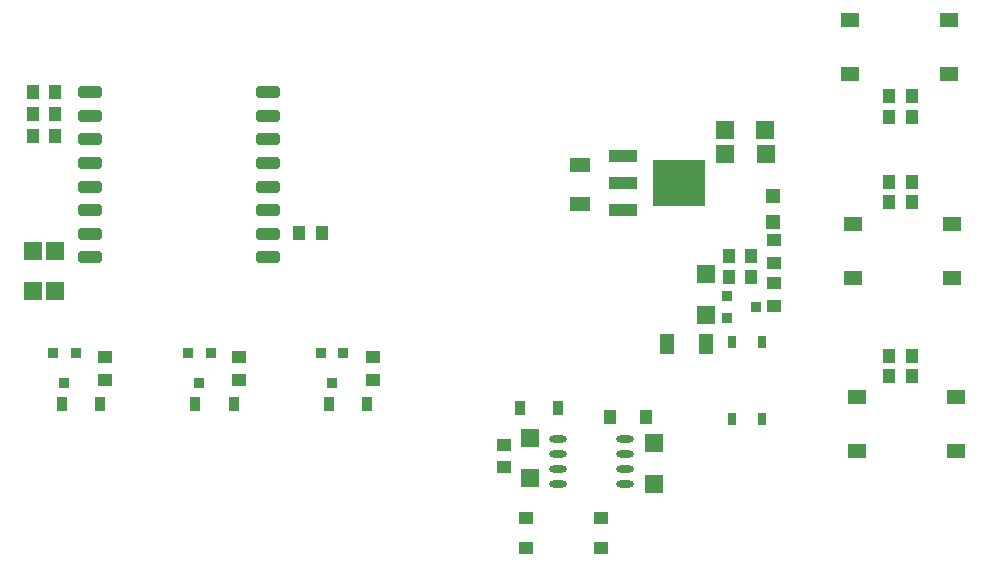
<source format=gtp>
G04*
G04 #@! TF.GenerationSoftware,Altium Limited,Altium Designer,21.2.1 (34)*
G04*
G04 Layer_Color=8421504*
%FSTAX24Y24*%
%MOIN*%
G70*
G04*
G04 #@! TF.SameCoordinates,9334BE2B-5F1B-4A57-B983-AC11F37A1BB9*
G04*
G04*
G04 #@! TF.FilePolarity,Positive*
G04*
G01*
G75*
G04:AMPARAMS|DCode=20|XSize=39.4mil|YSize=78.7mil|CornerRadius=9.8mil|HoleSize=0mil|Usage=FLASHONLY|Rotation=90.000|XOffset=0mil|YOffset=0mil|HoleType=Round|Shape=RoundedRectangle|*
%AMROUNDEDRECTD20*
21,1,0.0394,0.0591,0,0,90.0*
21,1,0.0197,0.0787,0,0,90.0*
1,1,0.0197,0.0295,0.0098*
1,1,0.0197,0.0295,-0.0098*
1,1,0.0197,-0.0295,-0.0098*
1,1,0.0197,-0.0295,0.0098*
%
%ADD20ROUNDEDRECTD20*%
%ADD21R,0.0630X0.0598*%
%ADD22R,0.0394X0.0472*%
%ADD23O,0.0591X0.0236*%
%ADD24R,0.0472X0.0394*%
%ADD25R,0.0600X0.0500*%
%ADD26R,0.0449X0.0472*%
%ADD27R,0.0472X0.0449*%
%ADD28R,0.0500X0.0650*%
%ADD29R,0.0315X0.0394*%
%ADD30R,0.0374X0.0354*%
%ADD31R,0.0512X0.0453*%
%ADD32R,0.0598X0.0630*%
%ADD33R,0.0945X0.0394*%
%ADD34R,0.1772X0.1575*%
%ADD35R,0.0650X0.0500*%
%ADD36R,0.0358X0.0480*%
%ADD37R,0.0354X0.0374*%
D20*
X02534Y039891D02*
D03*
Y039104D02*
D03*
Y038317D02*
D03*
Y03753D02*
D03*
Y036743D02*
D03*
Y035956D02*
D03*
Y035169D02*
D03*
Y034381D02*
D03*
X0194D02*
D03*
Y035169D02*
D03*
Y035956D02*
D03*
Y036743D02*
D03*
Y03753D02*
D03*
Y038317D02*
D03*
Y039104D02*
D03*
Y039891D02*
D03*
D21*
X0382Y028183D02*
D03*
Y026837D02*
D03*
X03406Y027027D02*
D03*
Y028373D02*
D03*
X03993Y033823D02*
D03*
Y032477D02*
D03*
X01825Y034603D02*
D03*
Y033257D02*
D03*
X0175Y034603D02*
D03*
Y033257D02*
D03*
D22*
X036739Y02907D02*
D03*
X037921D02*
D03*
D23*
X035008Y02832D02*
D03*
Y02782D02*
D03*
Y02732D02*
D03*
X037232Y02832D02*
D03*
Y02782D02*
D03*
Y02732D02*
D03*
Y02682D02*
D03*
X035008D02*
D03*
D24*
X03395Y02571D02*
D03*
Y02471D02*
D03*
X03643D02*
D03*
Y02571D02*
D03*
D25*
X04805Y04048D02*
D03*
Y04228D02*
D03*
X04475Y04048D02*
D03*
Y04228D02*
D03*
X04497Y02972D02*
D03*
Y02792D02*
D03*
X04827Y02972D02*
D03*
Y02792D02*
D03*
X04482Y03548D02*
D03*
Y03368D02*
D03*
X04812Y03548D02*
D03*
Y03368D02*
D03*
D26*
X046796Y03044D02*
D03*
X046044D02*
D03*
X04604Y03109D02*
D03*
X046792D02*
D03*
X046044Y03622D02*
D03*
X046796D02*
D03*
X04604Y03691D02*
D03*
X046792D02*
D03*
X04604Y03907D02*
D03*
X046792D02*
D03*
X046044Y03975D02*
D03*
X046796D02*
D03*
X040684Y03373D02*
D03*
X041436D02*
D03*
X041436Y03442D02*
D03*
X040684D02*
D03*
X027126Y03518D02*
D03*
X026374D02*
D03*
X017498Y03843D02*
D03*
X01825D02*
D03*
Y039155D02*
D03*
X017498D02*
D03*
Y03988D02*
D03*
X01825D02*
D03*
D27*
X0332Y028136D02*
D03*
Y027384D02*
D03*
X0422Y032764D02*
D03*
Y033516D02*
D03*
Y034956D02*
D03*
Y034204D02*
D03*
X024375Y031056D02*
D03*
Y030304D02*
D03*
X02885D02*
D03*
Y031056D02*
D03*
X0199D02*
D03*
Y030304D02*
D03*
D28*
X03864Y0315D02*
D03*
X03994D02*
D03*
D29*
X0408Y031549D02*
D03*
Y02899D02*
D03*
X0418Y031549D02*
D03*
Y02899D02*
D03*
D30*
X040618Y032356D02*
D03*
X041602Y03273D02*
D03*
X040618Y033104D02*
D03*
D31*
X04218Y035547D02*
D03*
Y036433D02*
D03*
D32*
X041916Y03864D02*
D03*
X04057D02*
D03*
X04058Y03782D02*
D03*
X041926D02*
D03*
D33*
X03716Y037776D02*
D03*
Y036876D02*
D03*
Y035976D02*
D03*
D34*
X03905Y03687D02*
D03*
D35*
X03573Y03747D02*
D03*
Y03617D02*
D03*
D36*
X027356Y02948D02*
D03*
X028644D02*
D03*
X022906D02*
D03*
X024194D02*
D03*
X03501Y02937D02*
D03*
X033723D02*
D03*
X019744Y02948D02*
D03*
X018456D02*
D03*
D37*
X018924Y03118D02*
D03*
X01855Y030196D02*
D03*
X018176Y03118D02*
D03*
X022676D02*
D03*
X02305Y030196D02*
D03*
X023424Y03118D02*
D03*
X02785D02*
D03*
X027476Y030196D02*
D03*
X027102Y03118D02*
D03*
M02*

</source>
